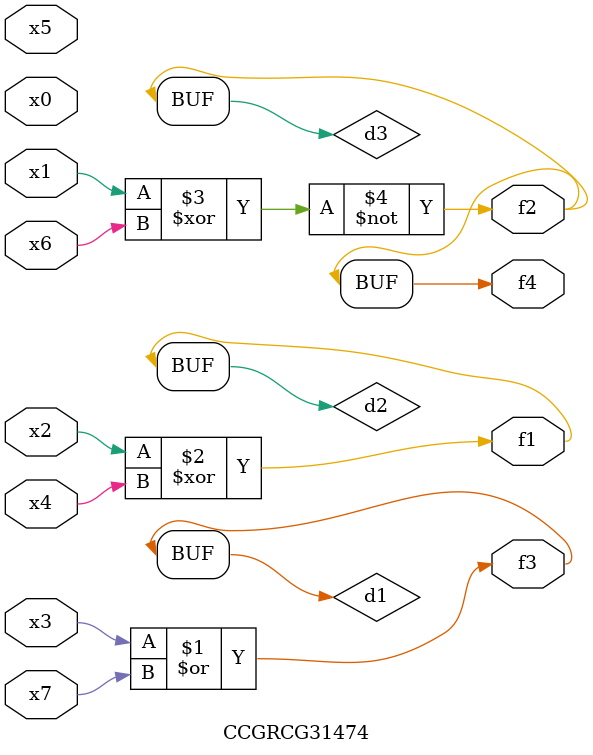
<source format=v>
module CCGRCG31474(
	input x0, x1, x2, x3, x4, x5, x6, x7,
	output f1, f2, f3, f4
);

	wire d1, d2, d3;

	or (d1, x3, x7);
	xor (d2, x2, x4);
	xnor (d3, x1, x6);
	assign f1 = d2;
	assign f2 = d3;
	assign f3 = d1;
	assign f4 = d3;
endmodule

</source>
